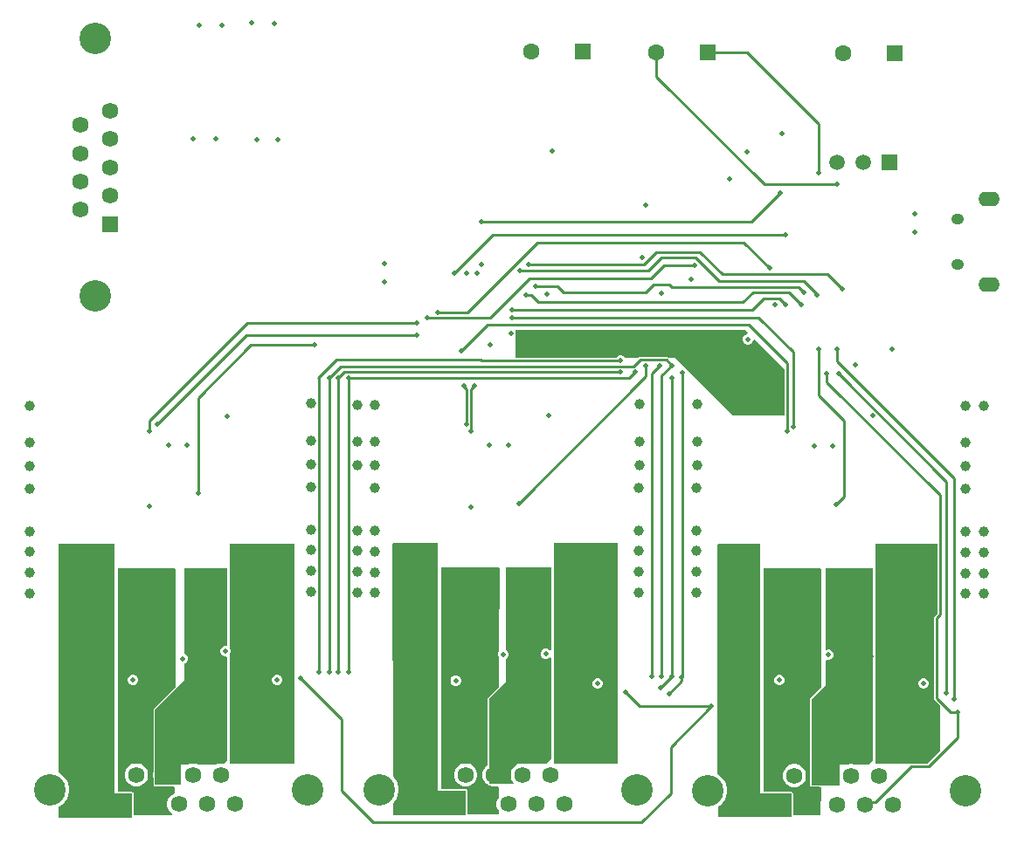
<source format=gbl>
G04*
G04 #@! TF.GenerationSoftware,Altium Limited,Altium Designer,21.8.1 (53)*
G04*
G04 Layer_Physical_Order=4*
G04 Layer_Color=16711680*
%FSLAX25Y25*%
%MOIN*%
G70*
G04*
G04 #@! TF.SameCoordinates,57A0437E-557E-4490-84B7-93440E4047FD*
G04*
G04*
G04 #@! TF.FilePolarity,Positive*
G04*
G01*
G75*
%ADD35C,0.06260*%
%ADD36R,0.06260X0.06260*%
%ADD37C,0.12008*%
%ADD38R,0.06260X0.06260*%
%ADD54C,0.01000*%
%ADD56C,0.05906*%
%ADD57R,0.05906X0.05906*%
%ADD58R,0.06299X0.06299*%
%ADD59C,0.06299*%
%ADD60O,0.04921X0.04134*%
%ADD61C,0.02000*%
%ADD62C,0.03937*%
%ADD75O,0.08268X0.05512*%
G36*
X325795Y210357D02*
X325603Y209895D01*
X325532D01*
X324797Y209591D01*
X324234Y209028D01*
X323930Y208293D01*
Y207498D01*
X324234Y206762D01*
X324797Y206200D01*
X325532Y205895D01*
X326328D01*
X327063Y206200D01*
X327625Y206762D01*
X327930Y207498D01*
Y207569D01*
X328392Y207760D01*
X339809Y196343D01*
Y178632D01*
X320230D01*
X302911Y195950D01*
X302773Y196284D01*
X302211Y196846D01*
X301878Y196984D01*
X298076Y200786D01*
X295464D01*
X295231Y200942D01*
X294841Y201020D01*
X284844D01*
X284454Y200942D01*
X284221Y200786D01*
X279092D01*
X279033Y200929D01*
X278471Y201491D01*
X277736Y201796D01*
X276940D01*
X276205Y201491D01*
X275642Y200929D01*
X275595Y200815D01*
X237359D01*
Y211544D01*
X324608D01*
X325795Y210357D01*
D02*
G37*
G36*
X250832Y89265D02*
X250332Y89058D01*
X249971Y89419D01*
X249236Y89724D01*
X248441D01*
X247706Y89419D01*
X247143Y88857D01*
X246838Y88121D01*
Y87326D01*
X247143Y86591D01*
X247706Y86028D01*
X248441Y85724D01*
X249236D01*
X249971Y86028D01*
X250332Y86389D01*
X250832Y86182D01*
Y47604D01*
X248838Y45610D01*
X241638D01*
X241608Y45627D01*
X240482Y45929D01*
X239316D01*
X238189Y45627D01*
X238160Y45610D01*
X237892D01*
Y45456D01*
X237179Y45044D01*
X236355Y44219D01*
X235772Y43210D01*
X235470Y42083D01*
Y40917D01*
X235772Y39790D01*
X236355Y38781D01*
X236689Y38446D01*
X236498Y37984D01*
X227248D01*
Y70740D01*
X233647Y77139D01*
Y85739D01*
X233880Y85835D01*
X234443Y86398D01*
X234747Y87133D01*
Y87928D01*
X234443Y88664D01*
X233880Y89226D01*
X233647Y89323D01*
Y120749D01*
X250832D01*
Y89265D01*
D02*
G37*
G36*
X373742Y47179D02*
X372063Y45500D01*
X366251D01*
X365840Y45610D01*
X364674D01*
X364263Y45500D01*
X360802D01*
Y37559D01*
X350157D01*
Y70315D01*
X355557Y75714D01*
Y85150D01*
X355972Y85428D01*
X356192Y85337D01*
X356988D01*
X357723Y85641D01*
X358286Y86204D01*
X358590Y86939D01*
Y87735D01*
X358286Y88470D01*
X357723Y89032D01*
X356988Y89337D01*
X356192D01*
X355972Y89246D01*
X355557Y89524D01*
Y120324D01*
X373742D01*
Y47179D01*
D02*
G37*
G36*
X127384Y90970D02*
X127100Y90780D01*
X126304D01*
X125569Y90476D01*
X125007Y89913D01*
X124702Y89178D01*
Y88382D01*
X125007Y87647D01*
X125569Y87085D01*
X126304Y86780D01*
X127100D01*
X127384Y86590D01*
Y47266D01*
X125956Y45838D01*
X125615Y45929D01*
X124449D01*
X123322Y45627D01*
X123251Y45587D01*
X116024D01*
X115954Y45627D01*
X114827Y45929D01*
X113661D01*
X112535Y45627D01*
X112464Y45587D01*
X109720D01*
Y37646D01*
X99787D01*
Y66389D01*
X110999Y77601D01*
Y84126D01*
X111269Y84238D01*
X111831Y84801D01*
X112136Y85536D01*
Y86331D01*
X111831Y87067D01*
X111269Y87629D01*
X110999Y87741D01*
Y98417D01*
Y120408D01*
X111005Y120411D01*
X127384D01*
Y90970D01*
D02*
G37*
G36*
X152867Y45697D02*
X128405D01*
X128405Y87666D01*
X128702Y88382D01*
Y89178D01*
X128405Y89895D01*
X128405Y129917D01*
X152867Y129917D01*
Y45697D01*
D02*
G37*
G36*
X398206Y103088D02*
X397181Y102063D01*
X396960Y101732D01*
X396882Y101342D01*
Y70764D01*
X396960Y70374D01*
X397181Y70043D01*
X399225Y67999D01*
Y50518D01*
X394374Y45667D01*
X388312D01*
X388028Y45610D01*
X374763D01*
X374763Y129831D01*
X398206Y129831D01*
Y103088D01*
D02*
G37*
G36*
X276315Y45610D02*
X252425D01*
X252396Y45627D01*
X251853Y45773D01*
X251853Y130256D01*
X276315Y130256D01*
Y45610D01*
D02*
G37*
G36*
X231146Y120415D02*
X231051Y88662D01*
X230747Y87928D01*
Y87133D01*
X231045Y86415D01*
X231011Y75269D01*
X226865Y71122D01*
X226707Y70740D01*
X226707Y70740D01*
Y45226D01*
X226392Y45044D01*
X225567Y44219D01*
X224984Y43210D01*
X224682Y42083D01*
Y40917D01*
X224984Y39790D01*
X225567Y38781D01*
X226392Y37956D01*
X226821Y37708D01*
X226865Y37601D01*
X227248Y37443D01*
X227281D01*
X227402Y37373D01*
X228528Y37071D01*
X229695D01*
X230398Y37259D01*
X230896Y36875D01*
X230885Y32906D01*
X230378Y32028D01*
X230076Y30902D01*
Y29736D01*
X230378Y28609D01*
X230869Y27758D01*
X230866Y26537D01*
X218865D01*
Y35591D01*
X218707Y35973D01*
X218324Y36132D01*
X208934D01*
Y120769D01*
X230793D01*
X231146Y120415D01*
D02*
G37*
G36*
X107698Y120076D02*
X107563Y74930D01*
X99404Y66772D01*
X99246Y66389D01*
X99246Y66389D01*
Y42897D01*
X99028Y42083D01*
Y40917D01*
X99246Y40102D01*
Y37646D01*
X99404Y37263D01*
X99787Y37104D01*
X102749D01*
X102874Y37071D01*
X104040D01*
X104165Y37104D01*
X107096D01*
X107449Y36750D01*
X107442Y34527D01*
X107141Y34446D01*
X106131Y33863D01*
X105306Y33038D01*
X104723Y32028D01*
X104421Y30902D01*
Y29736D01*
X104723Y28609D01*
X105306Y27599D01*
X106131Y26775D01*
X106292Y26682D01*
X106163Y26199D01*
X91705D01*
Y34748D01*
X91376D01*
X91343Y34829D01*
X90960Y34987D01*
X85486D01*
Y120431D01*
X107345D01*
X107698Y120076D01*
D02*
G37*
G36*
X354056Y119990D02*
X353921Y74844D01*
X349775Y70697D01*
X349616Y70315D01*
X349616Y70315D01*
Y37559D01*
X349775Y37176D01*
X350157Y37018D01*
X352894D01*
X353807Y36773D01*
X353775Y26112D01*
X343259D01*
Y34429D01*
X343100Y34812D01*
X342718Y34970D01*
X331843D01*
Y120344D01*
X353703D01*
X354056Y119990D01*
D02*
G37*
G36*
X207764Y130254D02*
Y35591D01*
X218324D01*
Y25996D01*
X190659D01*
X190642Y30891D01*
X191005Y31254D01*
X191804Y32450D01*
X192354Y33779D01*
X192635Y35190D01*
Y36629D01*
X192354Y38040D01*
X191804Y39369D01*
X191005Y40565D01*
X190608Y40962D01*
X190306Y129900D01*
X190659Y130254D01*
X207764Y130254D01*
D02*
G37*
G36*
X330674Y129829D02*
Y34429D01*
X342718D01*
Y25571D01*
X314509D01*
X314496Y29350D01*
X315346Y29918D01*
X316363Y30935D01*
X317162Y32131D01*
X317713Y33460D01*
X317993Y34871D01*
Y36310D01*
X317713Y37721D01*
X317162Y39050D01*
X316363Y40246D01*
X315346Y41263D01*
X314454Y41859D01*
X314157Y129475D01*
X314510Y129829D01*
X330674Y129829D01*
D02*
G37*
G36*
X84316Y34446D02*
X90960D01*
Y25000D01*
X63003D01*
Y29382D01*
X63137Y29438D01*
X64333Y30237D01*
X65350Y31254D01*
X66149Y32450D01*
X66700Y33779D01*
X66980Y35190D01*
Y36629D01*
X66700Y38040D01*
X66149Y39369D01*
X65350Y40565D01*
X64333Y41582D01*
X63137Y42381D01*
X63003Y42437D01*
Y129915D01*
X84316D01*
X84316Y34446D01*
D02*
G37*
%LPC*%
G36*
X146758Y79787D02*
X145963D01*
X145227Y79482D01*
X144665Y78920D01*
X144360Y78185D01*
Y77389D01*
X144665Y76654D01*
X145227Y76091D01*
X145963Y75787D01*
X146758D01*
X147493Y76091D01*
X148056Y76654D01*
X148360Y77389D01*
Y78185D01*
X148056Y78920D01*
X147493Y79482D01*
X146758Y79787D01*
D02*
G37*
G36*
X393358Y78436D02*
X392562D01*
X391827Y78131D01*
X391264Y77569D01*
X390960Y76833D01*
Y76038D01*
X391264Y75303D01*
X391827Y74740D01*
X392562Y74436D01*
X393358D01*
X394093Y74740D01*
X394655Y75303D01*
X394960Y76038D01*
Y76833D01*
X394655Y77569D01*
X394093Y78131D01*
X393358Y78436D01*
D02*
G37*
G36*
X269053Y78360D02*
X268257D01*
X267522Y78055D01*
X266960Y77493D01*
X266655Y76758D01*
Y75962D01*
X266960Y75227D01*
X267522Y74664D01*
X268257Y74360D01*
X269053D01*
X269788Y74664D01*
X270351Y75227D01*
X270655Y75962D01*
Y76758D01*
X270351Y77493D01*
X269788Y78055D01*
X269053Y78360D01*
D02*
G37*
G36*
X214883Y79493D02*
X214088D01*
X213353Y79188D01*
X212790Y78626D01*
X212486Y77891D01*
Y77095D01*
X212790Y76360D01*
X213353Y75797D01*
X214088Y75493D01*
X214883D01*
X215618Y75797D01*
X216181Y76360D01*
X216486Y77095D01*
Y77891D01*
X216181Y78626D01*
X215618Y79188D01*
X214883Y79493D01*
D02*
G37*
G36*
X218907Y45929D02*
X217741D01*
X216615Y45627D01*
X215604Y45044D01*
X214780Y44219D01*
X214197Y43210D01*
X213895Y42083D01*
Y40917D01*
X214197Y39790D01*
X214780Y38781D01*
X215604Y37956D01*
X216615Y37373D01*
X217741Y37071D01*
X218907D01*
X220034Y37373D01*
X221044Y37956D01*
X221868Y38781D01*
X222451Y39790D01*
X222753Y40917D01*
Y42083D01*
X222451Y43210D01*
X221868Y44219D01*
X221044Y45044D01*
X220034Y45627D01*
X218907Y45929D01*
D02*
G37*
G36*
X91781Y79787D02*
X90985D01*
X90250Y79482D01*
X89688Y78920D01*
X89383Y78185D01*
Y77389D01*
X89688Y76654D01*
X90250Y76091D01*
X90985Y75787D01*
X91781D01*
X92516Y76091D01*
X93079Y76654D01*
X93383Y77389D01*
Y78185D01*
X93079Y78920D01*
X92516Y79482D01*
X91781Y79787D01*
D02*
G37*
G36*
X93252Y45929D02*
X92086D01*
X90960Y45627D01*
X89950Y45044D01*
X89125Y44219D01*
X88542Y43210D01*
X88240Y42083D01*
Y40917D01*
X88542Y39790D01*
X89125Y38781D01*
X89950Y37956D01*
X90960Y37373D01*
X92086Y37071D01*
X93252D01*
X94379Y37373D01*
X95389Y37956D01*
X96214Y38781D01*
X96797Y39790D01*
X97098Y40917D01*
Y42083D01*
X96797Y43210D01*
X96214Y44219D01*
X95389Y45044D01*
X94379Y45627D01*
X93252Y45929D01*
D02*
G37*
G36*
X338356Y79638D02*
X337561D01*
X336826Y79334D01*
X336263Y78771D01*
X335959Y78036D01*
Y77241D01*
X336263Y76506D01*
X336826Y75943D01*
X337561Y75639D01*
X338356D01*
X339091Y75943D01*
X339654Y76506D01*
X339959Y77241D01*
Y78036D01*
X339654Y78771D01*
X339091Y79334D01*
X338356Y79638D01*
D02*
G37*
G36*
X344265Y45610D02*
X343099D01*
X341973Y45308D01*
X340963Y44725D01*
X340138Y43901D01*
X339555Y42891D01*
X339253Y41764D01*
Y40598D01*
X339555Y39472D01*
X340138Y38462D01*
X340963Y37637D01*
X341973Y37054D01*
X343099Y36752D01*
X344265D01*
X345392Y37054D01*
X346402Y37637D01*
X347226Y38462D01*
X347810Y39472D01*
X348111Y40598D01*
Y41764D01*
X347810Y42891D01*
X347226Y43901D01*
X346402Y44725D01*
X345392Y45308D01*
X344265Y45610D01*
D02*
G37*
%LPD*%
D35*
X71319Y289681D02*
D03*
Y278894D02*
D03*
Y268106D02*
D03*
Y257319D02*
D03*
X82500Y295075D02*
D03*
Y284287D02*
D03*
Y273500D02*
D03*
Y262713D02*
D03*
X376044Y41181D02*
D03*
X365257D02*
D03*
X354470D02*
D03*
X343682D02*
D03*
X381438Y30000D02*
D03*
X370651D02*
D03*
X359863D02*
D03*
X349076D02*
D03*
X250686Y41500D02*
D03*
X239899D02*
D03*
X229111D02*
D03*
X218324D02*
D03*
X256080Y30319D02*
D03*
X245292D02*
D03*
X234505D02*
D03*
X223718D02*
D03*
X125032Y41500D02*
D03*
X114244D02*
D03*
X103457D02*
D03*
X92669D02*
D03*
X130425Y30319D02*
D03*
X119638D02*
D03*
X108851D02*
D03*
X98063D02*
D03*
D36*
X82500Y251925D02*
D03*
D37*
X76910Y224327D02*
D03*
Y322713D02*
D03*
X310690Y35591D02*
D03*
X409076D02*
D03*
X185332Y35909D02*
D03*
X283718D02*
D03*
X59677D02*
D03*
X158063D02*
D03*
D38*
X338288Y30000D02*
D03*
X212930Y30319D02*
D03*
X87276D02*
D03*
D54*
X279306Y73014D02*
X284664Y67656D01*
X312068D01*
X337990Y223567D02*
X340320Y221236D01*
X331912Y223567D02*
X337990D01*
X327613Y219268D02*
X331912Y223567D01*
X327841Y225702D02*
X341788D01*
X324126Y221986D02*
X327841Y225702D01*
X245889Y221986D02*
X324126D01*
X341788Y225702D02*
X346253Y221236D01*
X345283Y227681D02*
X347238Y225727D01*
X296969Y227681D02*
X345283D01*
X295979Y228671D02*
X296969Y227681D01*
X306110Y238953D02*
X314882Y230181D01*
X347187D01*
X352159Y225210D01*
X356386Y232681D02*
X361856Y227211D01*
X316272Y232681D02*
X356386D01*
X307708Y241245D02*
X316272Y232681D01*
X235897Y219268D02*
X327613D01*
X235897Y216081D02*
X330086D01*
X343157Y203010D01*
X300779Y77429D02*
Y78822D01*
X296983Y78956D02*
Y78995D01*
X397902Y101342D02*
X399225Y102666D01*
X397902Y70764D02*
Y101342D01*
X359606Y144707D02*
X362522Y147623D01*
Y176888D01*
X356096Y191564D02*
X399225Y148435D01*
X353035Y186375D02*
X362522Y176888D01*
X404658Y70315D02*
Y154808D01*
X399225Y102666D02*
Y148435D01*
X401749Y72792D02*
Y153392D01*
X295848Y72499D02*
X300779Y77429D01*
X217501Y189746D02*
Y190017D01*
X218548Y175391D02*
Y188699D01*
X220340Y172860D02*
Y188644D01*
X221646Y189950D01*
Y190017D01*
X217501Y189746D02*
X218548Y188699D01*
X173607Y80867D02*
X173713Y80761D01*
X292776Y74712D02*
Y74750D01*
X136422Y205609D02*
X160466D01*
X327272Y252866D02*
X338298Y263893D01*
X224408Y252866D02*
X327272D01*
X116158Y185344D02*
X136422Y205609D01*
X116158Y149005D02*
Y185344D01*
X134624Y209396D02*
X199707D01*
X100702Y175475D02*
X134624Y209396D01*
X332358Y267000D02*
X360033D01*
X291088Y308270D02*
X332358Y267000D01*
X291088Y308270D02*
Y317257D01*
X290846Y317500D02*
X291088Y317257D01*
X310531Y317500D02*
X325500D01*
X353035Y271518D02*
Y289965D01*
X325500Y317500D02*
X353035Y289965D01*
X360475Y194666D02*
X401749Y153392D01*
X360475Y194666D02*
Y194678D01*
X397902Y70764D02*
X403166Y65500D01*
X405932D01*
X370651Y30000D02*
X371657Y31006D01*
X394796Y44647D02*
X405932Y55783D01*
Y65500D01*
X374671Y31006D02*
X388312Y44647D01*
X394796D01*
X371657Y31006D02*
X374671D01*
X353035Y186375D02*
Y203958D01*
X356096Y191564D02*
Y194839D01*
X324386Y244837D02*
X334207Y235016D01*
X218859Y218049D02*
X245647Y244837D01*
X324386D01*
X207764Y218049D02*
X218859D01*
X244995Y227959D02*
X253461D01*
X255694Y225727D02*
X286907D01*
X253461Y227959D02*
X255694Y225727D01*
X286907D02*
X289851Y228671D01*
X295979D01*
X291088Y241245D02*
X307708D01*
X286229Y236386D02*
X291088Y241245D01*
X242431Y236386D02*
X286229D01*
X352159Y224928D02*
Y225210D01*
X288017Y234000D02*
X292970Y238953D01*
X306110D01*
X288941Y231079D02*
X293862Y236000D01*
X305547D01*
X239047Y234000D02*
X288017D01*
X203648Y216081D02*
X227737D01*
X242735Y231079D02*
X288941D01*
X227737Y216081D02*
X242735Y231079D01*
X243171Y224705D02*
X245889Y221986D01*
X241188Y224705D02*
X243171D01*
X226585Y213491D02*
X326334D01*
X341018Y198808D01*
X216561Y203467D02*
X226585Y213491D01*
X224224Y199796D02*
X277338D01*
X168867Y200000D02*
X224020D01*
X224224Y199796D01*
X284844Y200000D02*
X294841D01*
X170599Y197500D02*
X282344D01*
X284844Y200000D01*
X341018Y172711D02*
Y198808D01*
X343157Y174398D02*
Y203010D01*
X340320Y247694D02*
X340379Y247753D01*
X228686Y247694D02*
X340320D01*
X213993Y233000D02*
X228686Y247694D01*
X134931Y214111D02*
X199707D01*
X162128Y193261D02*
X168867Y200000D01*
X166360Y193261D02*
X170599Y197500D01*
X166268Y193169D02*
X166360Y193261D01*
X169707Y193169D02*
X171863Y195326D01*
X277338D01*
X173500Y193085D02*
X280760D01*
X283000Y195326D01*
X238470Y145168D02*
X287000Y193698D01*
Y197858D01*
X360033Y199433D02*
Y203958D01*
Y199433D02*
X404658Y154808D01*
X296474Y34326D02*
Y52062D01*
X182888Y23282D02*
X285430D01*
X296474Y34326D01*
X170819Y61756D02*
Y62881D01*
X155337Y78363D02*
X170819Y62881D01*
Y35351D02*
X182888Y23282D01*
X170819Y35351D02*
Y45773D01*
X296474Y52062D02*
X312068Y67656D01*
X170819Y45773D02*
Y62344D01*
X289239Y194839D02*
X292177Y197776D01*
X289239Y79052D02*
Y194839D01*
X300904Y78947D02*
Y194977D01*
X301078Y195151D01*
X294841Y200000D02*
X296983Y197858D01*
X293086Y78995D02*
Y193962D01*
X296983Y197858D01*
Y78995D02*
Y193016D01*
X162245Y81048D02*
X162362Y80932D01*
X162245Y81048D02*
Y193144D01*
X162128Y193261D02*
X162245Y193144D01*
X173607Y80867D02*
Y192979D01*
X173500Y193085D02*
X173607Y192979D01*
X169707Y80839D02*
Y193169D01*
X166176Y80839D02*
X166268Y80932D01*
Y193169D01*
X292776Y74750D02*
X296983Y78956D01*
X97537Y172752D02*
Y176717D01*
X134931Y214111D01*
D56*
X360033Y275578D02*
D03*
X370033D02*
D03*
D57*
X380033D02*
D03*
D58*
X263122Y317914D02*
D03*
X310531Y317500D02*
D03*
X381842Y317257D02*
D03*
D59*
X243437Y317914D02*
D03*
X290846Y317500D02*
D03*
X362158Y317257D02*
D03*
D60*
X406045Y253895D02*
D03*
Y236375D02*
D03*
D61*
X336257Y221236D02*
D03*
X187361Y236717D02*
D03*
X235727Y210065D02*
D03*
X249990Y178632D02*
D03*
X380850Y203958D02*
D03*
X341018Y172711D02*
D03*
X343157Y174398D02*
D03*
X356590Y87337D02*
D03*
X372910Y86940D02*
D03*
X351157Y167257D02*
D03*
X358244D02*
D03*
X359606Y144707D02*
D03*
X373699Y178632D02*
D03*
X392960Y76436D02*
D03*
X401749Y72792D02*
D03*
X404658Y70315D02*
D03*
X380213Y81173D02*
D03*
X337959Y77639D02*
D03*
X296983Y78995D02*
D03*
X312068Y67656D02*
D03*
X300779Y78822D02*
D03*
X295848Y72499D02*
D03*
X218548Y175391D02*
D03*
X234534Y167318D02*
D03*
X221646Y190017D02*
D03*
X217501D02*
D03*
X227448Y167318D02*
D03*
X220340Y172860D02*
D03*
X238470Y145168D02*
D03*
X220149Y143875D02*
D03*
X173713Y80761D02*
D03*
X232747Y87531D02*
D03*
X214486Y77493D02*
D03*
X248838Y87724D02*
D03*
X256827Y81047D02*
D03*
X289239Y79052D02*
D03*
X292776Y74712D02*
D03*
X293086Y78995D02*
D03*
X279306Y73014D02*
D03*
X268655Y76360D02*
D03*
X97537Y143958D02*
D03*
X133386Y81779D02*
D03*
X160466Y205609D02*
D03*
X338298Y263893D02*
D03*
X224408Y252866D02*
D03*
X116158Y149005D02*
D03*
X318970Y269045D02*
D03*
X251280Y279878D02*
D03*
X339056Y286450D02*
D03*
X116655Y327692D02*
D03*
X353035Y271518D02*
D03*
X145441Y328536D02*
D03*
X136762Y328671D02*
D03*
X146769Y284045D02*
D03*
X138652Y284208D02*
D03*
X122938Y284289D02*
D03*
X114342Y284414D02*
D03*
X125375Y327692D02*
D03*
X360475Y194678D02*
D03*
X405932Y65500D02*
D03*
X356096Y194839D02*
D03*
X353035Y203958D02*
D03*
X361856Y227211D02*
D03*
X334207Y235016D02*
D03*
X207764Y218049D02*
D03*
X360033Y267000D02*
D03*
X293086Y225334D02*
D03*
X347238Y225727D02*
D03*
X242431Y236386D02*
D03*
X352159Y224928D02*
D03*
X305547Y236000D02*
D03*
X239047Y234000D02*
D03*
X346253Y221236D02*
D03*
X244995Y227959D02*
D03*
X241188Y224705D02*
D03*
X367026Y197944D02*
D03*
X325930Y207895D02*
D03*
X340320Y221236D02*
D03*
X235897Y219268D02*
D03*
X203648Y216081D02*
D03*
X304325Y230755D02*
D03*
X277338Y199796D02*
D03*
X227772Y205609D02*
D03*
X389560Y255861D02*
D03*
Y248774D02*
D03*
X287000Y259015D02*
D03*
X285704Y238953D02*
D03*
X146360Y77787D02*
D03*
X126702Y88780D02*
D03*
X110136Y85934D02*
D03*
X111923Y167289D02*
D03*
X127378Y178474D02*
D03*
X187200Y229631D02*
D03*
X249453Y225068D02*
D03*
X340379Y247753D02*
D03*
X213993Y233000D02*
D03*
X199707Y209396D02*
D03*
Y214111D02*
D03*
X277338Y195326D02*
D03*
X287000Y197858D02*
D03*
X360033Y203958D02*
D03*
X155337Y78363D02*
D03*
X292177Y197776D02*
D03*
X283000Y195326D02*
D03*
X216561Y203467D02*
D03*
X296983Y197858D02*
D03*
X301078Y195151D02*
D03*
X296983Y193016D02*
D03*
X162362Y80932D02*
D03*
X173500Y193085D02*
D03*
X169707Y193169D02*
D03*
Y80839D02*
D03*
X166360Y193261D02*
D03*
X166176Y80839D02*
D03*
X91383Y77787D02*
D03*
X100702Y175475D02*
D03*
X97537Y172752D02*
D03*
X104836Y167401D02*
D03*
X325500Y279515D02*
D03*
X218530Y233000D02*
D03*
X224435Y236386D02*
D03*
X222467Y233000D02*
D03*
X235897Y216081D02*
D03*
D62*
X318128Y119309D02*
D03*
X306350Y134838D02*
D03*
Y127046D02*
D03*
Y119080D02*
D03*
X326158Y119309D02*
D03*
Y127101D02*
D03*
X318128D02*
D03*
X306515Y168774D02*
D03*
Y182958D02*
D03*
X335711Y187429D02*
D03*
X324364Y181879D02*
D03*
X330037Y187512D02*
D03*
Y181913D02*
D03*
X306515Y159818D02*
D03*
X306350Y151170D02*
D03*
X324364Y187429D02*
D03*
X335711Y181878D02*
D03*
X350157Y116914D02*
D03*
X368909Y116773D02*
D03*
X361709Y101551D02*
D03*
X368909D02*
D03*
Y109129D02*
D03*
X350157Y109270D02*
D03*
X361709Y109129D02*
D03*
X361592Y116773D02*
D03*
X350157Y101692D02*
D03*
X386766Y127146D02*
D03*
X394796Y119309D02*
D03*
X386766Y119353D02*
D03*
Y111354D02*
D03*
X394796D02*
D03*
Y127146D02*
D03*
X415850Y134338D02*
D03*
X409015Y159318D02*
D03*
Y182458D02*
D03*
X415850Y110691D02*
D03*
X409015Y168274D02*
D03*
X415850Y118580D02*
D03*
Y126546D02*
D03*
X408850Y118580D02*
D03*
Y126546D02*
D03*
Y134338D02*
D03*
X416015Y182458D02*
D03*
X408850Y150670D02*
D03*
Y110691D02*
D03*
X342958Y109270D02*
D03*
X318128Y111310D02*
D03*
X326158D02*
D03*
X342841Y116914D02*
D03*
X306350Y111191D02*
D03*
X342958Y101692D02*
D03*
X284350Y119080D02*
D03*
Y127046D02*
D03*
Y134838D02*
D03*
Y151170D02*
D03*
X284515Y159818D02*
D03*
Y182958D02*
D03*
Y168774D02*
D03*
X202047Y127211D02*
D03*
X194017D02*
D03*
X183506Y118918D02*
D03*
X202047Y119419D02*
D03*
X194017D02*
D03*
X183506Y126883D02*
D03*
X272936Y127018D02*
D03*
X264906D02*
D03*
Y119226D02*
D03*
X183672Y182796D02*
D03*
Y168612D02*
D03*
Y159656D02*
D03*
X183506Y134676D02*
D03*
Y151008D02*
D03*
X272936Y119182D02*
D03*
X176925Y111158D02*
D03*
X183506Y111029D02*
D03*
X245199Y116834D02*
D03*
X219131Y116975D02*
D03*
X219249Y101753D02*
D03*
X226448D02*
D03*
X219249Y109331D02*
D03*
X238000Y109190D02*
D03*
X245199D02*
D03*
X202047Y111420D02*
D03*
X237883Y116834D02*
D03*
X226448Y109331D02*
D03*
X245199Y101612D02*
D03*
X194017Y111408D02*
D03*
X226448Y116975D02*
D03*
X238000Y101612D02*
D03*
X272936Y111227D02*
D03*
X284350Y111191D02*
D03*
X264906Y111227D02*
D03*
X176925Y119047D02*
D03*
Y134805D02*
D03*
Y127013D02*
D03*
X177091Y182926D02*
D03*
Y159785D02*
D03*
Y168741D02*
D03*
X270932Y205204D02*
D03*
X263496D02*
D03*
X256060D02*
D03*
X248624D02*
D03*
X241188Y205332D02*
D03*
X159239Y111529D02*
D03*
Y119418D02*
D03*
Y127383D02*
D03*
Y135176D02*
D03*
Y151508D02*
D03*
X159405Y160156D02*
D03*
Y169112D02*
D03*
Y183296D02*
D03*
X51906Y110824D02*
D03*
Y118713D02*
D03*
Y126679D02*
D03*
Y134471D02*
D03*
Y150803D02*
D03*
X52072Y159451D02*
D03*
Y168407D02*
D03*
Y182591D02*
D03*
X68191Y119474D02*
D03*
X96140Y117058D02*
D03*
X68191Y126735D02*
D03*
X77604D02*
D03*
X103457Y117058D02*
D03*
X77604Y119474D02*
D03*
X115271Y116917D02*
D03*
X77604Y111193D02*
D03*
X103457Y109414D02*
D03*
X96258D02*
D03*
X103457Y101836D02*
D03*
X96258D02*
D03*
X115389Y101695D02*
D03*
Y109273D02*
D03*
X122588D02*
D03*
X148452Y111380D02*
D03*
X140422D02*
D03*
X122588Y101695D02*
D03*
X148452Y119334D02*
D03*
X140422Y119379D02*
D03*
Y127171D02*
D03*
X148452D02*
D03*
X122588Y116917D02*
D03*
X68191Y111193D02*
D03*
X134550Y50000D02*
D03*
X134554Y58030D02*
D03*
X141694D02*
D03*
Y50000D02*
D03*
X148958Y58030D02*
D03*
Y50000D02*
D03*
X256823Y50655D02*
D03*
X256827Y58685D02*
D03*
X263967D02*
D03*
Y50655D02*
D03*
X271232Y58685D02*
D03*
Y50655D02*
D03*
X394353Y50970D02*
D03*
Y59000D02*
D03*
X387089Y50970D02*
D03*
Y59000D02*
D03*
X379948D02*
D03*
X379945Y50970D02*
D03*
D75*
X418072Y228698D02*
D03*
Y261572D02*
D03*
M02*

</source>
